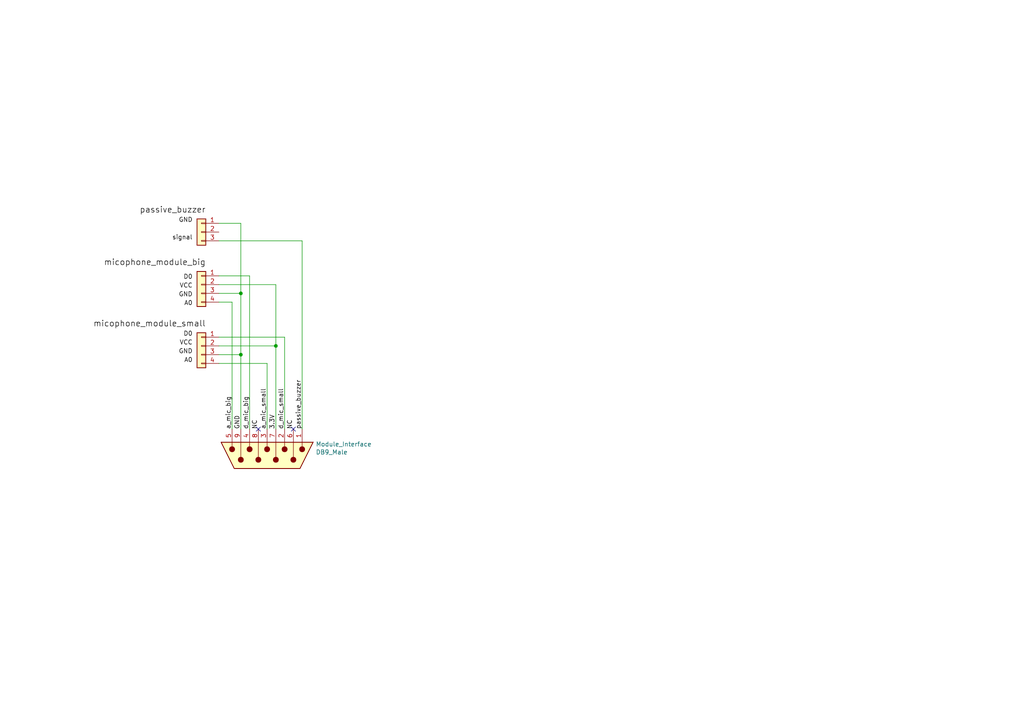
<source format=kicad_sch>
(kicad_sch (version 20211123) (generator eeschema)
  (paper "A4")
  (lib_symbols
    (symbol "Connector:DB9_Male" (pin_names (offset 1.016) hide)
      (property "Reference" "J" (at 0 13.97 0))
      (property "Value" "DB9_Male" (at 0 -14.605 0))
      (symbol "DB9_Male_0_1"
        (circle (center -1.778 -10.16) (radius 0.762) (fill (type outline)))
        (circle (center -1.778 -5.08) (radius 0.762) (fill (type outline)))
        (circle (center -1.778 0) (radius 0.762) (fill (type outline)))
        (circle (center -1.778 5.08) (radius 0.762) (fill (type outline)))
        (circle (center -1.778 10.16) (radius 0.762) (fill (type outline)))
        (polyline (pts (xy -3.81 -10.16) (xy -2.54 -10.16)))
        (polyline (pts (xy -3.81 -7.62) (xy 0.508 -7.62)))
        (polyline (pts (xy -3.81 -5.08) (xy -2.54 -5.08)))
        (polyline (pts (xy -3.81 -2.54) (xy 0.508 -2.54)))
        (polyline (pts (xy -3.81 0) (xy -2.54 0)))
        (polyline (pts (xy -3.81 2.54) (xy 0.508 2.54)))
        (polyline (pts (xy -3.81 5.08) (xy -2.54 5.08)))
        (polyline (pts (xy -3.81 7.62) (xy 0.508 7.62)))
        (polyline (pts (xy -3.81 10.16) (xy -2.54 10.16)))
        (polyline (pts (xy -3.81 -13.335) (xy -3.81 13.335) (xy 3.81 9.525) (xy 3.81 -9.525) (xy -3.81 -13.335)) (stroke (width 0.254)) (fill (type background)))
        (circle (center 1.27 -7.62) (radius 0.762) (fill (type outline)))
        (circle (center 1.27 -2.54) (radius 0.762) (fill (type outline)))
        (circle (center 1.27 2.54) (radius 0.762) (fill (type outline)))
        (circle (center 1.27 7.62) (radius 0.762) (fill (type outline)))
      )
      (symbol "DB9_Male_1_1"
        (pin passive line (at -7.62 -10.16 0) (length 3.81) (name "1") (number "1"))
        (pin passive line (at -7.62 -5.08 0) (length 3.81) (name "2") (number "2"))
        (pin passive line (at -7.62 0 0) (length 3.81) (name "3") (number "3"))
        (pin passive line (at -7.62 5.08 0) (length 3.81) (name "4") (number "4"))
        (pin passive line (at -7.62 10.16 0) (length 3.81) (name "5") (number "5"))
        (pin passive line (at -7.62 -7.62 0) (length 3.81) (name "6") (number "6"))
        (pin passive line (at -7.62 -2.54 0) (length 3.81) (name "7") (number "7"))
        (pin passive line (at -7.62 2.54 0) (length 3.81) (name "8") (number "8"))
        (pin passive line (at -7.62 7.62 0) (length 3.81) (name "9") (number "9"))
      )
    )
    (symbol "Connector_Generic:Conn_01x03" (pin_names (offset 1.016) hide)
      (property "Reference" "J" (at 0 5.08 0))
      (property "Value" "Conn_01x03" (at 0 -5.08 0))
      (symbol "Conn_01x03_1_1"
        (rectangle (start -1.27 -2.413) (end 0 -2.667) (stroke (width 0.1524)))
        (rectangle (start -1.27 0.127) (end 0 -0.127) (stroke (width 0.1524)))
        (rectangle (start -1.27 2.667) (end 0 2.413) (stroke (width 0.1524)))
        (rectangle (start -1.27 3.81) (end 1.27 -3.81) (stroke (width 0.254)) (fill (type background)))
        (pin passive line (at -5.08 2.54 0) (length 3.81) (name "Pin_1") (number "1"))
        (pin passive line (at -5.08 0 0) (length 3.81) (name "Pin_2") (number "2"))
        (pin passive line (at -5.08 -2.54 0) (length 3.81) (name "Pin_3") (number "3"))
      )
    )
    (symbol "Connector_Generic:Conn_01x04" (pin_names (offset 1.016) hide)
      (property "Reference" "J" (at 0 5.08 0))
      (property "Value" "Conn_01x04" (at 0 -7.62 0))
      (symbol "Conn_01x04_1_1"
        (rectangle (start -1.27 -4.953) (end 0 -5.207) (stroke (width 0.1524)))
        (rectangle (start -1.27 -2.413) (end 0 -2.667) (stroke (width 0.1524)))
        (rectangle (start -1.27 0.127) (end 0 -0.127) (stroke (width 0.1524)))
        (rectangle (start -1.27 2.667) (end 0 2.413) (stroke (width 0.1524)))
        (rectangle (start -1.27 3.81) (end 1.27 -6.35) (stroke (width 0.254)) (fill (type background)))
        (pin passive line (at -5.08 2.54 0) (length 3.81) (name "Pin_1") (number "1"))
        (pin passive line (at -5.08 0 0) (length 3.81) (name "Pin_2") (number "2"))
        (pin passive line (at -5.08 -2.54 0) (length 3.81) (name "Pin_3") (number "3"))
        (pin passive line (at -5.08 -5.08 0) (length 3.81) (name "Pin_4") (number "4"))
      )
    )
  )
  (junction (at 69.85 85.09))
  (junction (at 80.01 100.33))
  (junction (at 69.85 102.87))
  (no_connect (at 74.93 124.46))
  (no_connect (at 85.09 124.46))
  (wire (pts (xy 82.55 124.46) (xy 82.55 97.79)))
  (wire (pts (xy 63.5 102.87) (xy 69.85 102.87)))
  (wire (pts (xy 69.85 102.87) (xy 69.85 124.46)))
  (wire (pts (xy 87.63 124.46) (xy 87.63 69.85)))
  (wire (pts (xy 72.39 124.46) (xy 72.39 80.01)))
  (wire (pts (xy 87.63 69.85) (xy 63.5 69.85)))
  (wire (pts (xy 69.85 64.77) (xy 69.85 85.09)))
  (wire (pts (xy 67.31 87.63) (xy 63.5 87.63)))
  (wire (pts (xy 63.5 64.77) (xy 69.85 64.77)))
  (wire (pts (xy 82.55 97.79) (xy 63.5 97.79)))
  (wire (pts (xy 77.47 105.41) (xy 77.47 124.46)))
  (wire (pts (xy 67.31 124.46) (xy 67.31 87.63)))
  (wire (pts (xy 63.5 105.41) (xy 77.47 105.41)))
  (wire (pts (xy 80.01 100.33) (xy 80.01 82.55)))
  (wire (pts (xy 80.01 124.46) (xy 80.01 100.33)))
  (wire (pts (xy 80.01 100.33) (xy 63.5 100.33)))
  (wire (pts (xy 69.85 85.09) (xy 69.85 102.87)))
  (wire (pts (xy 72.39 80.01) (xy 63.5 80.01)))
  (wire (pts (xy 63.5 85.09) (xy 69.85 85.09)))
  (wire (pts (xy 80.01 82.55) (xy 63.5 82.55)))
  (label "a_mic_small" (at 77.47 124.46 90))
  (label "micophone_module_big" (at 59.69 77.47 180) (effects (font (size 1.7 1.7))))
  (label "3.3V" (at 80.01 124.46 90))
  (label "NC" (at 74.93 124.46 90))
  (label "NC" (at 85.09 124.46 90))
  (label "GND" (at 55.88 64.77 180))
  (label "GND" (at 55.88 86.36 180))
  (label "d_mic_big" (at 72.39 124.46 90))
  (label "GND" (at 55.88 102.87 180))
  (label "A0" (at 55.88 88.9 180))
  (label "micophone_module_small" (at 59.69 95.25 180) (effects (font (size 1.7 1.7))))
  (label "passive_buzzer" (at 87.63 124.46 90))
  (label "D0" (at 55.88 81.28 180))
  (label "d_mic_small" (at 82.55 124.46 90))
  (label "passive_buzzer" (at 59.69 62.23 180) (effects (font (size 1.7 1.7))))
  (label "GND" (at 69.85 124.46 90))
  (label "D0" (at 55.88 97.79 180))
  (label "a_mic_big" (at 67.31 124.46 90))
  (label "A0" (at 55.88 105.41 180))
  (label "signal" (at 55.88 69.85 180))
  (label "VCC" (at 55.88 83.82 180))
  (label "VCC" (at 55.88 100.33 180))
  (symbol (lib_id "Connector:DB9_Male") (at 77.47 132.08 90) (mirror x) (unit 1)
    (property "Reference" "Module_Interface" (at 91.567 128.8288 90) (effects (justify right)))
    (property "Value" "DB9_Male" (at 91.567 131.1402 90) (effects (justify right)))
    (property "Datasheet" " ~" (effects hide))
  )
  (symbol (lib_id "Connector_Generic:Conn_01x04") (at 58.42 82.55 0) (mirror y) (unit 1)
    (property "Reference" "J?" (effects hide))
    (property "Value" "Conn_01x04" (effects hide))
  )
  (symbol (lib_id "Connector_Generic:Conn_01x03") (at 58.42 67.31 0) (mirror y) (unit 1)
    (property "Reference" "J?" (effects hide))
    (property "Value" "Conn_01x03" (effects hide))
  )
  (symbol (lib_id "Connector_Generic:Conn_01x04") (at 58.42 100.33 0) (mirror y) (unit 1)
    (property "Reference" "J?" (effects hide))
    (property "Value" "Conn_01x04" (effects hide))
  )
)
</source>
